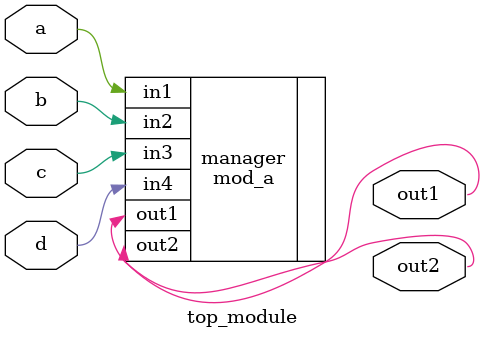
<source format=sv>
module top_module ( 
    input a, 
    input b, 
    input c,
    input d,
    output out1,
    output out2
);

    mod_a manager (
        .out1(out1), 
        .out2(out2),
        .in1(a),
        .in2(b),
        .in3(c),
        .in4(d)
    );
    
endmodule
</source>
